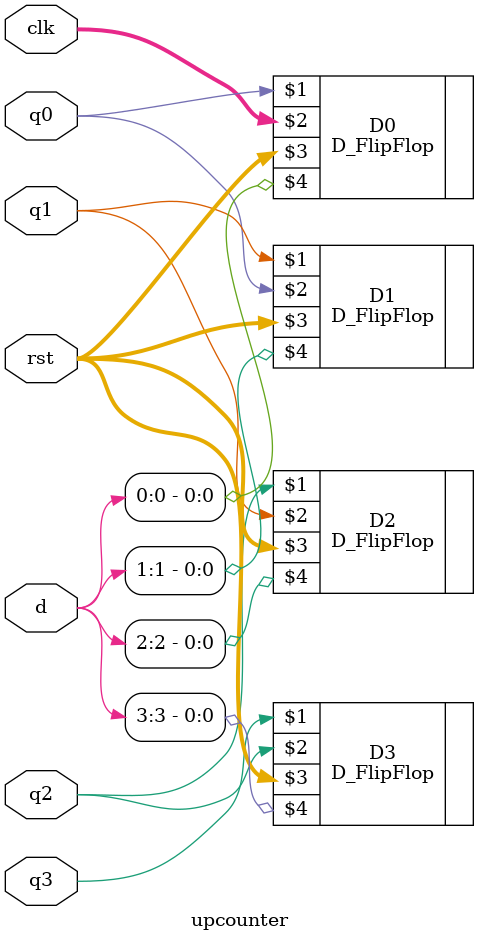
<source format=v>
`timescale 1ns / 1ps


module upcounter(inout q3,q2,q1,q0,input [3:0]d,rst,clk);

D_FlipFlop D0(q0,clk,rst,d[0]);
D_FlipFlop D1(q1,q0,rst,d[1]);
D_FlipFlop D2(q2,q1,rst,d[2]);
D_FlipFlop D3(q3,q2,rst,d[3]);

endmodule

</source>
